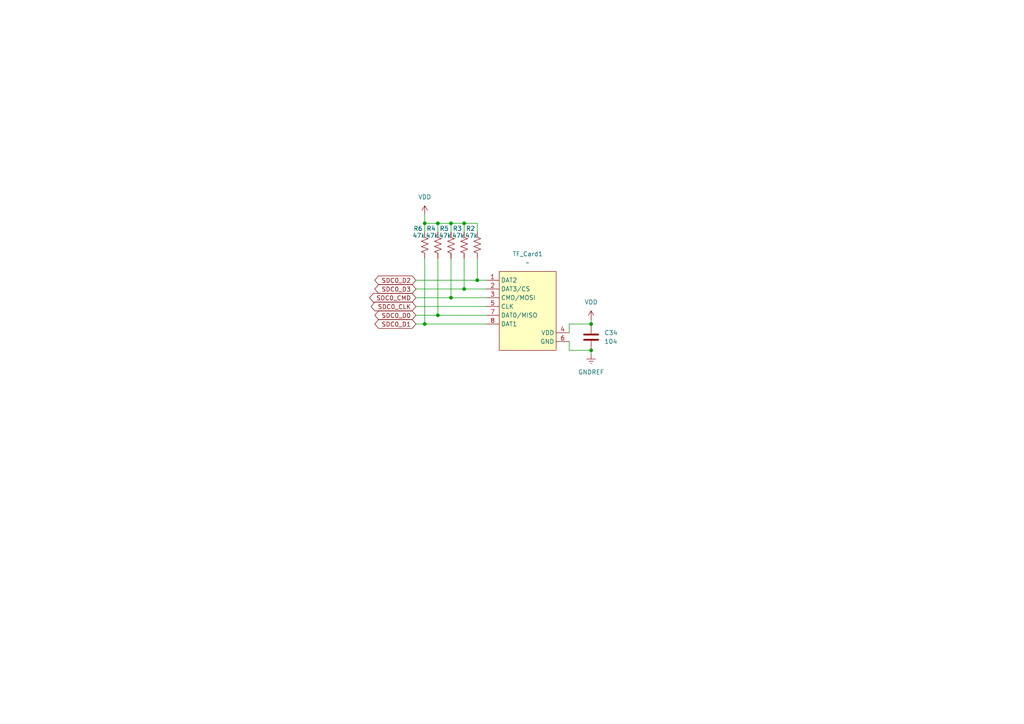
<source format=kicad_sch>
(kicad_sch (version 20250114) (generator "eeschema") (generator_version "9.0")
  (paper "A4")
  (title_block (title "Wireless Backup Camera - Encoder") (company "Group 25 Senior Design"))
  (lib_symbols
    (symbol "Device:C" (pin_numbers (hide yes)) (pin_names (offset 0.254))
      (property "Reference" "C" (at 0.635 2.54 0))
      (property "Value" "C" (at 0.635 -2.54 0))
      (symbol "C_0_1"
        (polyline (pts (xy -2.032 0.762) (xy 2.032 0.762)) (stroke (width 0.508)))
        (polyline (pts (xy -2.032 -0.762) (xy 2.032 -0.762)) (stroke (width 0.508)))
      )
      (symbol "C_1_1"
        (pin passive line (at 0 3.81 270) (length 2.794) (name "~") (number "1"))
        (pin passive line (at 0 -3.81 90) (length 2.794) (name "~") (number "2"))
      )
    )
    (symbol "Device:R_US" (pin_numbers (hide yes)) (pin_names (offset 0))
      (property "Reference" "R" (at 2.54 0 90))
      (property "Value" "R_US" (at -2.54 0 90))
      (symbol "R_US_0_1"
        (polyline (pts (xy 0 2.286) (xy 0 2.54)))
        (polyline (pts (xy 0 2.286) (xy 1.016 1.905) (xy 0 1.524) (xy -1.016 1.143) (xy 0 0.762)))
        (polyline (pts (xy 0 0.762) (xy 1.016 0.381) (xy 0 0) (xy -1.016 -0.381) (xy 0 -0.762)))
        (polyline (pts (xy 0 -0.762) (xy 1.016 -1.143) (xy 0 -1.524) (xy -1.016 -1.905) (xy 0 -2.286)))
        (polyline (pts (xy 0 -2.286) (xy 0 -2.54)))
      )
      (symbol "R_US_1_1"
        (pin passive line (at 0 3.81 270) (length 1.27) (name "~") (number "1"))
        (pin passive line (at 0 -3.81 90) (length 1.27) (name "~") (number "2"))
      )
    )
    (symbol "custom_chips:micro-sd-tf"
      (property "Reference" "TF_Card" (at -1.27 8.128 0))
      (symbol "micro-sd-tf_1_1"
        (rectangle (start -5.08 6.35) (end 11.43 -16.51) (fill (type background)))
        (pin bidirectional line (at -8.89 3.81 0) (length 3.81) (name "DAT2") (number "1"))
        (pin bidirectional line (at -8.89 1.27 0) (length 3.81) (name "DAT3/CS") (number "2"))
        (pin bidirectional line (at -8.89 -1.27 0) (length 3.81) (name "CMD/MOSI") (number "3"))
        (pin bidirectional line (at -8.89 -3.81 0) (length 3.81) (name "CLK") (number "5"))
        (pin bidirectional line (at -8.89 -6.35 0) (length 3.81) (name "DAT0/MISO") (number "7"))
        (pin bidirectional line (at -8.89 -8.89 0) (length 3.81) (name "DAT1") (number "8"))
        (pin power_in line (at 15.24 -11.43 180) (length 3.81) (name "VDD") (number "4"))
        (pin power_in line (at 15.24 -13.97 180) (length 3.81) (name "GND") (number "6"))
      )
    )
    (symbol "power:GNDREF" (power) (pin_numbers (hide yes)) (pin_names (offset 0) (hide yes))
      (property "Value" "GNDREF" (at 0 -3.81 0))
      (symbol "GNDREF_0_1"
        (polyline (pts (xy -0.635 -1.905) (xy 0.635 -1.905)))
        (polyline (pts (xy -0.127 -2.54) (xy 0.127 -2.54)))
        (polyline (pts (xy 0 -1.27) (xy 0 0)))
        (polyline (pts (xy 1.27 -1.27) (xy -1.27 -1.27)))
      )
      (symbol "GNDREF_1_1"
        (pin power_in line (at 0 0 270) (length 0) (name "~") (number "1"))
      )
    )
    (symbol "power:VDD" (power) (pin_numbers (hide yes)) (pin_names (offset 0) (hide yes))
      (property "Value" "VDD" (at 0 3.556 0))
      (symbol "VDD_0_1"
        (polyline (pts (xy -0.762 1.27) (xy 0 2.54)))
        (polyline (pts (xy 0 2.54) (xy 0.762 1.27)))
        (polyline (pts (xy 0 0) (xy 0 2.54)))
      )
      (symbol "VDD_1_1"
        (pin power_in line (at 0 0 90) (length 0) (name "~") (number "1"))
      )
    )
  )
  (junction (at 171.45 93.98))
  (junction (at 171.45 101.6))
  (junction (at 127 91.44))
  (junction (at 130.81 64.77))
  (junction (at 138.43 81.28))
  (junction (at 134.62 64.77))
  (junction (at 123.19 93.98))
  (junction (at 130.81 86.36))
  (junction (at 134.62 83.82))
  (junction (at 123.19 64.77))
  (junction (at 127 64.77))
  (wire (pts (xy 127 91.44) (xy 140.97 91.44)))
  (wire (pts (xy 123.19 93.98) (xy 140.97 93.98)))
  (wire (pts (xy 123.19 62.23) (xy 123.19 64.77)))
  (wire (pts (xy 134.62 83.82) (xy 140.97 83.82)))
  (wire (pts (xy 165.1 93.98) (xy 171.45 93.98)))
  (wire (pts (xy 171.45 92.71) (xy 171.45 93.98)))
  (wire (pts (xy 120.65 83.82) (xy 134.62 83.82)))
  (wire (pts (xy 120.65 91.44) (xy 127 91.44)))
  (wire (pts (xy 134.62 74.93) (xy 134.62 83.82)))
  (wire (pts (xy 130.81 86.36) (xy 140.97 86.36)))
  (wire (pts (xy 120.65 88.9) (xy 140.97 88.9)))
  (wire (pts (xy 127 64.77) (xy 130.81 64.77)))
  (wire (pts (xy 134.62 64.77) (xy 130.81 64.77)))
  (wire (pts (xy 171.45 101.6) (xy 171.45 102.87)))
  (wire (pts (xy 130.81 74.93) (xy 130.81 86.36)))
  (wire (pts (xy 120.65 93.98) (xy 123.19 93.98)))
  (wire (pts (xy 127 74.93) (xy 127 91.44)))
  (wire (pts (xy 138.43 81.28) (xy 140.97 81.28)))
  (wire (pts (xy 165.1 96.52) (xy 165.1 93.98)))
  (wire (pts (xy 165.1 101.6) (xy 171.45 101.6)))
  (wire (pts (xy 138.43 74.93) (xy 138.43 81.28)))
  (wire (pts (xy 120.65 86.36) (xy 130.81 86.36)))
  (wire (pts (xy 123.19 64.77) (xy 123.19 67.31)))
  (wire (pts (xy 127 67.31) (xy 127 64.77)))
  (wire (pts (xy 138.43 67.31) (xy 138.43 64.77)))
  (wire (pts (xy 120.65 81.28) (xy 138.43 81.28)))
  (wire (pts (xy 138.43 64.77) (xy 134.62 64.77)))
  (wire (pts (xy 123.19 74.93) (xy 123.19 93.98)))
  (wire (pts (xy 130.81 67.31) (xy 130.81 64.77)))
  (wire (pts (xy 134.62 67.31) (xy 134.62 64.77)))
  (wire (pts (xy 123.19 64.77) (xy 127 64.77)))
  (wire (pts (xy 165.1 99.06) (xy 165.1 101.6)))
  (global_label "SDC0_CLK" (shape bidirectional) (at 120.65 88.9 180) (property "Intersheetrefs" "${INTERSHEET_REFS}" (effects (hide yes))))
  (global_label "SDC0_CMD" (shape bidirectional) (at 120.65 86.36 180) (property "Intersheetrefs" "${INTERSHEET_REFS}" (effects (hide yes))))
  (global_label "SDC0_D3" (shape bidirectional) (at 120.65 83.82 180) (property "Intersheetrefs" "${INTERSHEET_REFS}" (effects (hide yes))))
  (global_label "SDC0_D1" (shape bidirectional) (at 120.65 93.98 180) (property "Intersheetrefs" "${INTERSHEET_REFS}" (effects (hide yes))))
  (global_label "SDC0_D0" (shape bidirectional) (at 120.65 91.44 180) (property "Intersheetrefs" "${INTERSHEET_REFS}" (effects (hide yes))))
  (global_label "SDC0_D2" (shape bidirectional) (at 120.65 81.28 180) (property "Intersheetrefs" "${INTERSHEET_REFS}" (effects (hide yes))))
  (symbol (lib_id "custom_chips:micro-sd-tf") (at 149.86 85.09 0) (unit 1)
    (property "Reference" "TF_Card1" (at 153.035 73.66 0))
    (property "Value" "~" (at 153.035 76.2 0))
    (property "Footprint" "Connector_Card:microSD_HC_Hirose_DM3D-SF" (effects (hide yes)))
  )
  (symbol (lib_id "Device:C") (at 171.45 97.79 0) (unit 1)
    (property "Reference" "C34" (at 175.26 96.5199 0) (effects (justify left)))
    (property "Value" "104" (at 175.26 99.0599 0) (effects (justify left)))
    (property "Footprint" "Capacitor_SMD:C_0805_2012Metric_Pad1.18x1.45mm_HandSolder" (effects (hide yes)))
    (property "Description" "Unpolarized capacitor" (effects (hide yes)))
  )
  (symbol (lib_id "Device:R_US") (at 123.19 71.12 0) (unit 1)
    (property "Reference" "R6" (at 119.888 66.294 0) (effects (justify left)))
    (property "Value" "47k" (at 119.634 68.326 0) (effects (justify left)))
    (property "Footprint" "Resistor_SMD:R_0805_2012Metric_Pad1.20x1.40mm_HandSolder" (effects (hide yes)))
    (property "Description" "Resistor, US symbol" (effects (hide yes)))
  )
  (symbol (lib_id "Device:R_US") (at 138.43 71.12 0) (unit 1)
    (property "Reference" "R2" (at 135.128 66.294 0) (effects (justify left)))
    (property "Value" "47k" (at 134.874 68.326 0) (effects (justify left)))
    (property "Footprint" "Resistor_SMD:R_0805_2012Metric_Pad1.20x1.40mm_HandSolder" (effects (hide yes)))
    (property "Description" "Resistor, US symbol" (effects (hide yes)))
  )
  (symbol (lib_id "power:VDD") (at 123.19 62.23 0) (unit 1)
    (property "Reference" "#PWR05" (effects (hide yes)))
    (property "Value" "VDD" (at 123.19 57.15 0))
    (property "Description" "Power symbol creates a global label with name \"VDD\"" (effects (hide yes)))
  )
  (symbol (lib_id "Device:R_US") (at 134.62 71.12 0) (unit 1)
    (property "Reference" "R3" (at 131.318 66.294 0) (effects (justify left)))
    (property "Value" "47k" (at 131.064 68.326 0) (effects (justify left)))
    (property "Footprint" "Resistor_SMD:R_0805_2012Metric_Pad1.20x1.40mm_HandSolder" (effects (hide yes)))
    (property "Description" "Resistor, US symbol" (effects (hide yes)))
  )
  (symbol (lib_id "Device:R_US") (at 127 71.12 0) (unit 1)
    (property "Reference" "R4" (at 123.698 66.294 0) (effects (justify left)))
    (property "Value" "47k" (at 123.444 68.326 0) (effects (justify left)))
    (property "Footprint" "Resistor_SMD:R_0805_2012Metric_Pad1.20x1.40mm_HandSolder" (effects (hide yes)))
    (property "Description" "Resistor, US symbol" (effects (hide yes)))
  )
  (symbol (lib_id "Device:R_US") (at 130.81 71.12 0) (unit 1)
    (property "Reference" "R5" (at 127.508 66.294 0) (effects (justify left)))
    (property "Value" "47k" (at 127.254 68.326 0) (effects (justify left)))
    (property "Footprint" "Resistor_SMD:R_0805_2012Metric_Pad1.20x1.40mm_HandSolder" (effects (hide yes)))
    (property "Description" "Resistor, US symbol" (effects (hide yes)))
  )
  (symbol (lib_id "power:VDD") (at 171.45 92.71 0) (unit 1)
    (property "Reference" "#PWR03" (effects (hide yes)))
    (property "Value" "VDD" (at 171.45 87.63 0))
    (property "Description" "Power symbol creates a global label with name \"VDD\"" (effects (hide yes)))
  )
  (symbol (lib_id "power:GNDREF") (at 171.45 102.87 0) (unit 1)
    (property "Reference" "#PWR02" (effects (hide yes)))
    (property "Value" "GNDREF" (at 171.45 107.95 0))
    (property "Description" "Power symbol creates a global label with name \"GNDREF\" , reference supply ground" (effects (hide yes)))
  )
)
</source>
